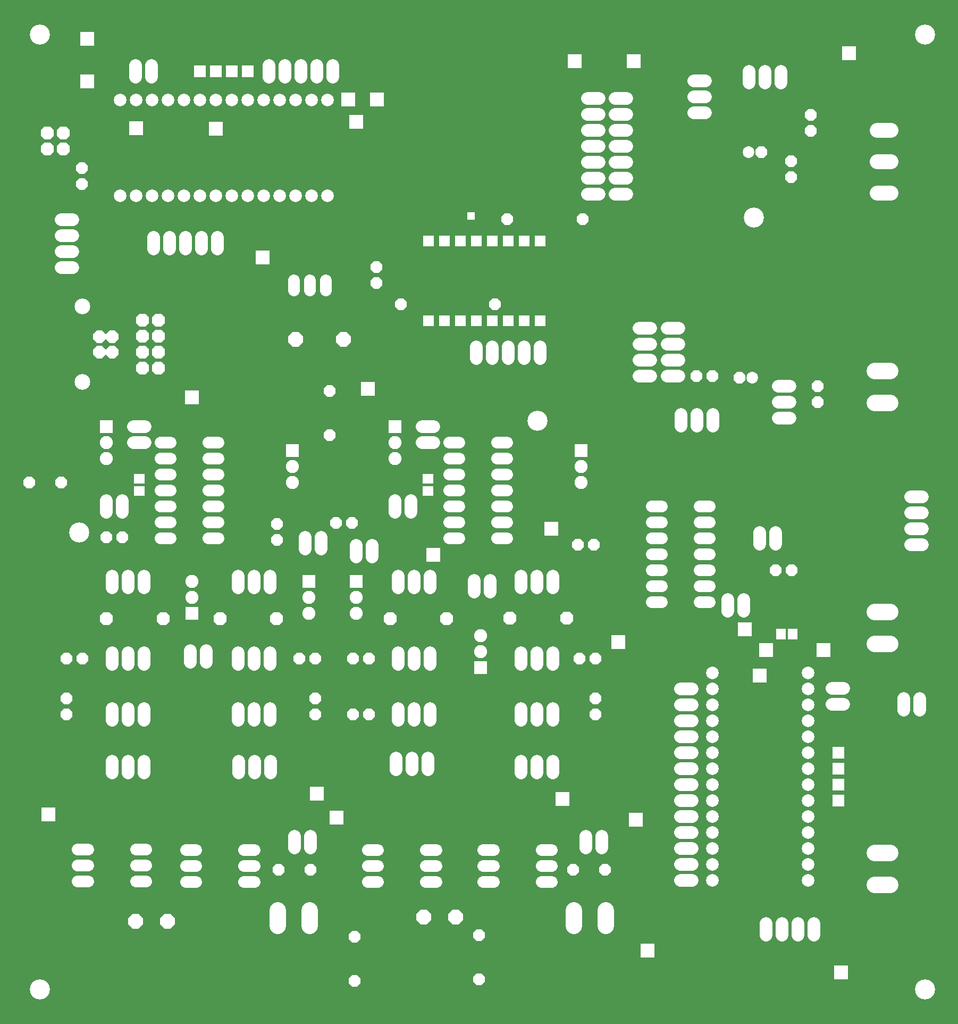
<source format=gbr>
G04 EAGLE Gerber RS-274X export*
G75*
%MOMM*%
%FSLAX34Y34*%
%LPD*%
%INSoldermask Top*%
%IPNEG*%
%AMOC8*
5,1,8,0,0,1.08239X$1,22.5*%
G01*
%ADD10C,3.203200*%
%ADD11R,1.943200X1.943200*%
%ADD12C,2.043200*%
%ADD13C,2.008400*%
%ADD14P,2.556822X8X22.500000*%
%ADD15P,2.008916X8X292.500000*%
%ADD16R,1.793200X1.793200*%
%ADD17C,2.059200*%
%ADD18R,1.703200X1.503200*%
%ADD19P,2.034460X8X112.500000*%
%ADD20P,2.034460X8X22.500000*%
%ADD21P,2.211539X8X22.500000*%
%ADD22P,2.211539X8X202.500000*%
%ADD23P,2.034460X8X292.500000*%
%ADD24R,2.082800X2.082800*%
%ADD25C,2.082800*%
%ADD26C,1.856000*%
%ADD27P,2.034460X8X202.500000*%
%ADD28P,2.008916X8X22.500000*%
%ADD29C,1.856000*%
%ADD30P,2.008916X8X112.500000*%
%ADD31P,2.008916X8X202.500000*%
%ADD32P,2.157420X8X292.500000*%
%ADD33C,2.503200*%
%ADD34P,2.584314X8X22.500000*%
%ADD35C,2.643200*%
%ADD36P,2.584314X8X202.500000*%
%ADD37P,2.228857X8X112.500000*%
%ADD38R,1.503200X1.703200*%
%ADD39P,2.228857X8X202.500000*%
%ADD40C,2.364000*%
%ADD41R,2.203200X2.203200*%
%ADD42R,1.153200X1.153200*%


D10*
X60160Y549110D03*
X1470160Y549110D03*
X1470160Y2069110D03*
X60160Y2069110D03*
X853100Y1454750D03*
X1197016Y1778092D03*
X122596Y1276442D03*
D11*
X314960Y2010410D03*
X340360Y2010410D03*
X365760Y2010410D03*
X391160Y2010410D03*
D12*
X112705Y1724025D02*
X94305Y1724025D01*
X94305Y1749425D02*
X112705Y1749425D01*
X112705Y1774825D02*
X94305Y1774825D01*
X94305Y1698625D02*
X112705Y1698625D01*
D13*
X187960Y1812290D03*
X213360Y1812290D03*
X238760Y1812290D03*
X264160Y1812290D03*
X289560Y1812290D03*
X314960Y1812290D03*
X340360Y1812290D03*
X365760Y1812290D03*
X391160Y1812290D03*
X416560Y1812290D03*
X441960Y1812290D03*
X467360Y1812290D03*
X492760Y1812290D03*
X518160Y1812290D03*
X518160Y1964690D03*
X492760Y1964690D03*
X467360Y1964690D03*
X441960Y1964690D03*
X416560Y1964690D03*
X391160Y1964690D03*
X365760Y1964690D03*
X340360Y1964690D03*
X314960Y1964690D03*
X289560Y1964690D03*
X264160Y1964690D03*
X238760Y1964690D03*
X213360Y1964690D03*
X187960Y1964690D03*
D14*
X467460Y1584325D03*
X543460Y1584325D03*
D15*
X596265Y1699260D03*
X596265Y1673860D03*
D16*
X755650Y1740535D03*
X730250Y1740535D03*
X704850Y1740535D03*
X679450Y1740535D03*
X781050Y1740535D03*
X806450Y1740535D03*
X831850Y1740535D03*
X857250Y1740535D03*
X679450Y1613535D03*
X704850Y1613535D03*
X730250Y1613535D03*
X755650Y1613535D03*
X781050Y1613535D03*
X806450Y1613535D03*
X831850Y1613535D03*
X857250Y1613535D03*
D17*
X755650Y1572015D02*
X755650Y1553455D01*
X781050Y1553455D02*
X781050Y1572015D01*
X806450Y1572015D02*
X806450Y1553455D01*
X831850Y1553455D02*
X831850Y1572015D01*
X857250Y1572015D02*
X857250Y1553455D01*
X342900Y1728080D02*
X342900Y1746640D01*
X317500Y1746640D02*
X317500Y1728080D01*
X292100Y1728080D02*
X292100Y1746640D01*
X266700Y1746640D02*
X266700Y1728080D01*
X241300Y1728080D02*
X241300Y1746640D01*
X212725Y2001130D02*
X212725Y2019690D01*
X238125Y2019690D02*
X238125Y2001130D01*
X425450Y2001130D02*
X425450Y2019690D01*
X450850Y2019690D02*
X450850Y2001130D01*
X476250Y2001130D02*
X476250Y2019690D01*
X501650Y2019690D02*
X501650Y2001130D01*
X527050Y2001130D02*
X527050Y2019690D01*
D18*
X218440Y1362050D03*
X218440Y1343050D03*
D19*
X437896Y1264920D03*
X437896Y1290320D03*
D20*
X166370Y1268730D03*
X191770Y1268730D03*
D21*
X166328Y1139190D03*
X256328Y1139190D03*
D22*
X437430Y1139190D03*
X347430Y1139190D03*
D17*
X401320Y1188330D02*
X401320Y1206890D01*
X375920Y1206890D02*
X375920Y1188330D01*
X426720Y1188330D02*
X426720Y1206890D01*
X200660Y1206890D02*
X200660Y1188330D01*
X175260Y1188330D02*
X175260Y1206890D01*
X226060Y1206890D02*
X226060Y1188330D01*
X401320Y996070D02*
X401320Y977510D01*
X375920Y977510D02*
X375920Y996070D01*
X426720Y996070D02*
X426720Y977510D01*
X401320Y1066410D02*
X401320Y1084970D01*
X375920Y1084970D02*
X375920Y1066410D01*
X426720Y1066410D02*
X426720Y1084970D01*
X402590Y912250D02*
X402590Y893690D01*
X427990Y893690D02*
X427990Y912250D01*
X377190Y912250D02*
X377190Y893690D01*
X200660Y1066410D02*
X200660Y1084970D01*
X226060Y1084970D02*
X226060Y1066410D01*
X175260Y1066410D02*
X175260Y1084970D01*
X200660Y912250D02*
X200660Y893690D01*
X226060Y893690D02*
X226060Y912250D01*
X175260Y912250D02*
X175260Y893690D01*
X200660Y977510D02*
X200660Y996070D01*
X226060Y996070D02*
X226060Y977510D01*
X175260Y977510D02*
X175260Y996070D01*
D23*
X102870Y1012190D03*
X102870Y986790D03*
D20*
X473710Y1075690D03*
X499110Y1075690D03*
D19*
X499110Y986790D03*
X499110Y1012190D03*
D20*
X102870Y1075690D03*
X128270Y1075690D03*
D24*
X166220Y1445514D03*
D25*
X166220Y1420114D03*
X166220Y1394714D03*
D24*
X462130Y1407160D03*
D25*
X462130Y1381760D03*
X462130Y1356360D03*
D26*
X268614Y1419860D02*
X252086Y1419860D01*
X252086Y1394460D02*
X268614Y1394460D01*
X268614Y1267460D02*
X252086Y1267460D01*
X328286Y1267460D02*
X344814Y1267460D01*
X268614Y1369060D02*
X252086Y1369060D01*
X252086Y1343660D02*
X268614Y1343660D01*
X268614Y1292860D02*
X252086Y1292860D01*
X252086Y1318260D02*
X268614Y1318260D01*
X328286Y1292860D02*
X344814Y1292860D01*
X344814Y1318260D02*
X328286Y1318260D01*
X328286Y1343660D02*
X344814Y1343660D01*
X344814Y1369060D02*
X328286Y1369060D01*
X328286Y1394460D02*
X344814Y1394460D01*
X344814Y1419860D02*
X328286Y1419860D01*
D17*
X191770Y1327540D02*
X191770Y1308980D01*
X166370Y1308980D02*
X166370Y1327540D01*
X209160Y1445260D02*
X227720Y1445260D01*
X227720Y1419860D02*
X209160Y1419860D01*
D18*
X678180Y1362050D03*
X678180Y1343050D03*
D27*
X557022Y1291590D03*
X531622Y1291590D03*
X942340Y1257300D03*
X916940Y1257300D03*
D22*
X898948Y1140460D03*
X808948Y1140460D03*
X707940Y1139190D03*
X617940Y1139190D03*
D17*
X656590Y1188330D02*
X656590Y1206890D01*
X681990Y1206890D02*
X681990Y1188330D01*
X631190Y1188330D02*
X631190Y1206890D01*
X852170Y1206890D02*
X852170Y1188330D01*
X877570Y1188330D02*
X877570Y1206890D01*
X826770Y1206890D02*
X826770Y1188330D01*
X656590Y996070D02*
X656590Y977510D01*
X681990Y977510D02*
X681990Y996070D01*
X631190Y996070D02*
X631190Y977510D01*
X656590Y1066410D02*
X656590Y1084970D01*
X681990Y1084970D02*
X681990Y1066410D01*
X631190Y1066410D02*
X631190Y1084970D01*
X652780Y917838D02*
X652780Y899278D01*
X678180Y899278D02*
X678180Y917838D01*
X627380Y917838D02*
X627380Y899278D01*
X852170Y1066410D02*
X852170Y1084970D01*
X826770Y1084970D02*
X826770Y1066410D01*
X877570Y1066410D02*
X877570Y1084970D01*
X852170Y912250D02*
X852170Y893690D01*
X826770Y893690D02*
X826770Y912250D01*
X877570Y912250D02*
X877570Y893690D01*
X852170Y977510D02*
X852170Y996070D01*
X826770Y996070D02*
X826770Y977510D01*
X877570Y977510D02*
X877570Y996070D01*
D23*
X944880Y1012190D03*
X944880Y986790D03*
D27*
X584200Y1075690D03*
X558800Y1075690D03*
X584200Y986790D03*
X558800Y986790D03*
X944880Y1075690D03*
X919480Y1075690D03*
D24*
X625960Y1445514D03*
D25*
X625960Y1420114D03*
X625960Y1394714D03*
D24*
X921870Y1407160D03*
D25*
X921870Y1381760D03*
X921870Y1356360D03*
D26*
X728354Y1419860D02*
X711826Y1419860D01*
X711826Y1394460D02*
X728354Y1394460D01*
X728354Y1267460D02*
X711826Y1267460D01*
X788026Y1267460D02*
X804554Y1267460D01*
X728354Y1369060D02*
X711826Y1369060D01*
X711826Y1343660D02*
X728354Y1343660D01*
X728354Y1292860D02*
X711826Y1292860D01*
X711826Y1318260D02*
X728354Y1318260D01*
X788026Y1292860D02*
X804554Y1292860D01*
X804554Y1318260D02*
X788026Y1318260D01*
X788026Y1343660D02*
X804554Y1343660D01*
X804554Y1369060D02*
X788026Y1369060D01*
X788026Y1394460D02*
X804554Y1394460D01*
X804554Y1419860D02*
X788026Y1419860D01*
D17*
X651510Y1327540D02*
X651510Y1308980D01*
X626110Y1308980D02*
X626110Y1327540D01*
X668900Y1445260D02*
X687460Y1445260D01*
X687460Y1419860D02*
X668900Y1419860D01*
D28*
X1209040Y1882045D03*
D29*
X1188720Y1882045D03*
D30*
X1256665Y1842135D03*
X1256665Y1867535D03*
D17*
X1120530Y1944370D02*
X1101970Y1944370D01*
X1101970Y1969770D02*
X1120530Y1969770D01*
X1120530Y1995170D02*
X1101970Y1995170D01*
X1240155Y1992240D02*
X1240155Y2010800D01*
X1214755Y2010800D02*
X1214755Y1992240D01*
X1189355Y1992240D02*
X1189355Y2010800D01*
D15*
X1287780Y1941195D03*
X1287780Y1915795D03*
D31*
X1174115Y1522730D03*
D29*
X1194435Y1522730D03*
D17*
X1131810Y1464700D02*
X1131810Y1446140D01*
X1106410Y1446140D02*
X1106410Y1464700D01*
X1081010Y1464700D02*
X1081010Y1446140D01*
D28*
X1106170Y1525270D03*
X1131570Y1525270D03*
D17*
X1236430Y1509395D02*
X1254990Y1509395D01*
X1254990Y1483995D02*
X1236430Y1483995D01*
X1236430Y1458595D02*
X1254990Y1458595D01*
D15*
X1299210Y1509395D03*
X1299210Y1483995D03*
D17*
X950985Y1967230D02*
X932425Y1967230D01*
X932425Y1941830D02*
X950985Y1941830D01*
X950985Y1916430D02*
X932425Y1916430D01*
X932425Y1891030D02*
X950985Y1891030D01*
X950985Y1865630D02*
X932425Y1865630D01*
X932425Y1840230D02*
X950985Y1840230D01*
X950985Y1814830D02*
X932425Y1814830D01*
D32*
X175370Y1563570D03*
X175370Y1588570D03*
X155370Y1588570D03*
X155370Y1563570D03*
D33*
X128270Y1636270D03*
X128270Y1515870D03*
D34*
X212725Y657728D03*
X263525Y657728D03*
D26*
X137160Y772160D02*
X120632Y772160D01*
X120632Y746760D02*
X137160Y746760D01*
X213360Y746760D02*
X229888Y746760D01*
X229888Y772160D02*
X213360Y772160D01*
X137160Y721360D02*
X120632Y721360D01*
X213360Y721360D02*
X229888Y721360D01*
X292717Y770890D02*
X309245Y770890D01*
X309245Y745490D02*
X292717Y745490D01*
X385445Y745490D02*
X401973Y745490D01*
X401973Y770890D02*
X385445Y770890D01*
X309245Y720090D02*
X292717Y720090D01*
X385445Y720090D02*
X401973Y720090D01*
D35*
X489839Y675140D02*
X489839Y650740D01*
X439039Y650740D02*
X439039Y675140D01*
D36*
X721995Y664586D03*
X671195Y664586D03*
D26*
X598805Y770890D02*
X582277Y770890D01*
X582277Y745490D02*
X598805Y745490D01*
X675005Y745490D02*
X691533Y745490D01*
X691533Y770890D02*
X675005Y770890D01*
X598805Y720090D02*
X582277Y720090D01*
X675005Y720090D02*
X691533Y720090D01*
X766427Y770890D02*
X782955Y770890D01*
X782955Y745490D02*
X766427Y745490D01*
X859155Y745490D02*
X875683Y745490D01*
X875683Y770890D02*
X859155Y770890D01*
X782955Y720090D02*
X766427Y720090D01*
X859155Y720090D02*
X875683Y720090D01*
D35*
X960755Y675394D02*
X960755Y650994D01*
X909955Y650994D02*
X909955Y675394D01*
D26*
X1034406Y1318260D02*
X1050934Y1318260D01*
X1050934Y1292860D02*
X1034406Y1292860D01*
X1034406Y1165860D02*
X1050934Y1165860D01*
X1110606Y1165860D02*
X1127134Y1165860D01*
X1050934Y1267460D02*
X1034406Y1267460D01*
X1034406Y1242060D02*
X1050934Y1242060D01*
X1050934Y1191260D02*
X1034406Y1191260D01*
X1034406Y1216660D02*
X1050934Y1216660D01*
X1110606Y1191260D02*
X1127134Y1191260D01*
X1127134Y1216660D02*
X1110606Y1216660D01*
X1110606Y1242060D02*
X1127134Y1242060D01*
X1127134Y1267460D02*
X1110606Y1267460D01*
X1110606Y1292860D02*
X1127134Y1292860D01*
X1127134Y1318260D02*
X1110606Y1318260D01*
D17*
X955548Y792997D02*
X955548Y774437D01*
X930148Y774437D02*
X930148Y792997D01*
X491490Y792743D02*
X491490Y774183D01*
X466090Y774183D02*
X466090Y792743D01*
D28*
X804870Y1775460D03*
X924870Y1775460D03*
X634930Y1639570D03*
X784930Y1639570D03*
D30*
X759714Y565456D03*
X759714Y635456D03*
D28*
X43180Y1356360D03*
X93980Y1356360D03*
D30*
X521970Y1431850D03*
X521970Y1501850D03*
X561340Y563170D03*
X561340Y633170D03*
D17*
X1447410Y1257300D02*
X1465970Y1257300D01*
X1465970Y1282700D02*
X1447410Y1282700D01*
X1447410Y1308100D02*
X1465970Y1308100D01*
X1465970Y1333500D02*
X1447410Y1333500D01*
X1078188Y1525270D02*
X1059628Y1525270D01*
X1059628Y1550670D02*
X1078188Y1550670D01*
X1078188Y1576070D02*
X1059628Y1576070D01*
X1059628Y1601470D02*
X1078188Y1601470D01*
D37*
X248920Y1537970D03*
X223520Y1537970D03*
X248920Y1563370D03*
X223520Y1563370D03*
X248920Y1588770D03*
X223520Y1588770D03*
X248920Y1614170D03*
X223520Y1614170D03*
D13*
X1131570Y1053338D03*
X1131570Y1027938D03*
X1131570Y1002538D03*
X1131570Y977138D03*
X1131570Y951738D03*
X1131570Y926338D03*
X1131570Y900938D03*
X1131570Y875538D03*
X1131570Y850138D03*
X1131570Y824738D03*
X1131570Y799338D03*
X1131570Y773938D03*
X1131570Y748538D03*
X1131570Y723138D03*
X1283970Y723138D03*
X1283970Y748538D03*
X1283970Y773938D03*
X1283970Y799338D03*
X1283970Y824738D03*
X1283970Y850138D03*
X1283970Y875538D03*
X1283970Y900938D03*
X1283970Y926338D03*
X1283970Y951738D03*
X1283970Y977138D03*
X1283970Y1002538D03*
X1283970Y1027938D03*
X1283970Y1053338D03*
D17*
X1321934Y1028446D02*
X1340494Y1028446D01*
X1340494Y1003046D02*
X1321934Y1003046D01*
D11*
X1332230Y926338D03*
X1332230Y900938D03*
X1332230Y875538D03*
X1332230Y850138D03*
D17*
X1461770Y993766D02*
X1461770Y1012326D01*
X1436370Y1012326D02*
X1436370Y993766D01*
X1098940Y723138D02*
X1080380Y723138D01*
X1080380Y748538D02*
X1098940Y748538D01*
X1098940Y773938D02*
X1080380Y773938D01*
X1080380Y799338D02*
X1098940Y799338D01*
X1098940Y824738D02*
X1080380Y824738D01*
X1080380Y850138D02*
X1098940Y850138D01*
X1098940Y875538D02*
X1080380Y875538D01*
X1080380Y900938D02*
X1098940Y900938D01*
X1098940Y926338D02*
X1080380Y926338D01*
X1080380Y951738D02*
X1098940Y951738D01*
X1098940Y977138D02*
X1080380Y977138D01*
X1080380Y1002538D02*
X1098940Y1002538D01*
X1098940Y1027938D02*
X1080380Y1027938D01*
D26*
X515620Y1661786D02*
X515620Y1678314D01*
X464820Y1678314D02*
X464820Y1661786D01*
X490220Y1661786D02*
X490220Y1678314D01*
D20*
X909828Y739648D03*
X960628Y739648D03*
X440690Y739648D03*
X491490Y739648D03*
D24*
X302410Y1148080D03*
D25*
X302410Y1173480D03*
X302410Y1198880D03*
D24*
X488546Y1198880D03*
D25*
X488546Y1173480D03*
X488546Y1148080D03*
D24*
X564238Y1198880D03*
D25*
X564238Y1173480D03*
X564238Y1148080D03*
D24*
X762150Y1061720D03*
D25*
X762150Y1087120D03*
X762150Y1112520D03*
D17*
X508000Y1250560D02*
X508000Y1269120D01*
X482600Y1269120D02*
X482600Y1250560D01*
X299720Y1088780D02*
X299720Y1070220D01*
X325120Y1070220D02*
X325120Y1088780D01*
X563880Y1237860D02*
X563880Y1256420D01*
X589280Y1256420D02*
X589280Y1237860D01*
X751840Y1200540D02*
X751840Y1181980D01*
X777240Y1181980D02*
X777240Y1200540D01*
D38*
X1240180Y1115060D03*
X1259180Y1115060D03*
D31*
X1257300Y1216660D03*
X1231900Y1216660D03*
D15*
X127000Y1856740D03*
X127000Y1831340D03*
D17*
X1206500Y1276740D02*
X1206500Y1258180D01*
X1231900Y1258180D02*
X1231900Y1276740D01*
X1155700Y1170060D02*
X1155700Y1151500D01*
X1181100Y1151500D02*
X1181100Y1170060D01*
D35*
X1389880Y767080D02*
X1414280Y767080D01*
X1414280Y716280D02*
X1389880Y716280D01*
X1389880Y1150620D02*
X1414280Y1150620D01*
X1414280Y1099820D02*
X1389880Y1099820D01*
X1389880Y1534160D02*
X1414280Y1534160D01*
X1414280Y1483360D02*
X1389880Y1483360D01*
D17*
X994800Y1967230D02*
X976240Y1967230D01*
X976240Y1941830D02*
X994800Y1941830D01*
X994800Y1916430D02*
X976240Y1916430D01*
X976240Y1891030D02*
X994800Y1891030D01*
X994800Y1865630D02*
X976240Y1865630D01*
X976240Y1840230D02*
X994800Y1840230D01*
X994800Y1814830D02*
X976240Y1814830D01*
X1014340Y1525270D02*
X1032900Y1525270D01*
X1032900Y1550670D02*
X1014340Y1550670D01*
X1014340Y1576070D02*
X1032900Y1576070D01*
X1032900Y1601470D02*
X1014340Y1601470D01*
D39*
X97780Y1912700D03*
X97780Y1887300D03*
X72380Y1912700D03*
X72380Y1887300D03*
D17*
X1216660Y654440D02*
X1216660Y635880D01*
X1242060Y635880D02*
X1242060Y654440D01*
X1267460Y654440D02*
X1267460Y635880D01*
X1292860Y635880D02*
X1292860Y654440D01*
D40*
X1393816Y1916938D02*
X1415424Y1916938D01*
X1415424Y1866900D02*
X1393816Y1866900D01*
X1393816Y1816862D02*
X1415424Y1816862D01*
D41*
X981710Y1102360D03*
X582930Y1504950D03*
X340360Y1918970D03*
X415290Y1714500D03*
X213360Y1920240D03*
X563880Y1930400D03*
X875030Y1282700D03*
X532511Y822960D03*
X1009015Y819785D03*
D42*
X746760Y1780540D03*
D41*
X551180Y1965960D03*
X596900Y1965960D03*
X911860Y2026920D03*
X1005840Y2026920D03*
X1308100Y1089660D03*
X892810Y852170D03*
X1336040Y576580D03*
X501650Y861060D03*
X1183340Y1122680D03*
X1348740Y2039620D03*
X687070Y1240790D03*
X302768Y1491742D03*
X73660Y828040D03*
X1028065Y611505D03*
X135890Y1994408D03*
X135890Y2062480D03*
X1206500Y1049020D03*
X1216660Y1089660D03*
M02*

</source>
